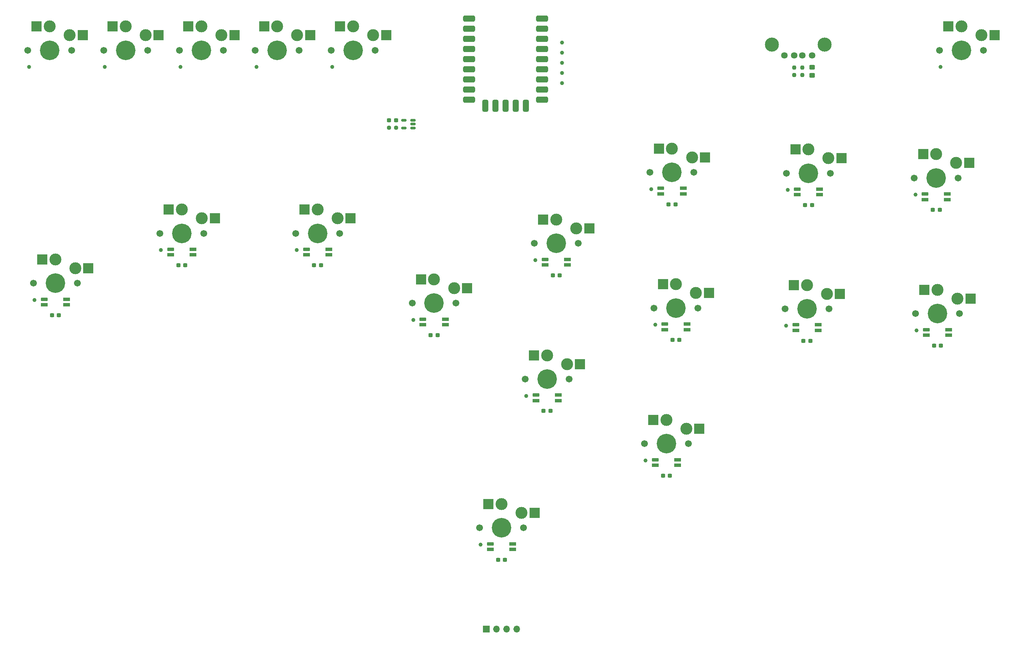
<source format=gbs>
G04 #@! TF.GenerationSoftware,KiCad,Pcbnew,8.0.4*
G04 #@! TF.CreationDate,2024-10-27T13:40:52+07:00*
G04 #@! TF.ProjectId,ShinA4,5368696e-4134-42e6-9b69-6361645f7063,rev?*
G04 #@! TF.SameCoordinates,Original*
G04 #@! TF.FileFunction,Soldermask,Bot*
G04 #@! TF.FilePolarity,Negative*
%FSLAX46Y46*%
G04 Gerber Fmt 4.6, Leading zero omitted, Abs format (unit mm)*
G04 Created by KiCad (PCBNEW 8.0.4) date 2024-10-27 13:40:52*
%MOMM*%
%LPD*%
G01*
G04 APERTURE LIST*
G04 Aperture macros list*
%AMRoundRect*
0 Rectangle with rounded corners*
0 $1 Rounding radius*
0 $2 $3 $4 $5 $6 $7 $8 $9 X,Y pos of 4 corners*
0 Add a 4 corners polygon primitive as box body*
4,1,4,$2,$3,$4,$5,$6,$7,$8,$9,$2,$3,0*
0 Add four circle primitives for the rounded corners*
1,1,$1+$1,$2,$3*
1,1,$1+$1,$4,$5*
1,1,$1+$1,$6,$7*
1,1,$1+$1,$8,$9*
0 Add four rect primitives between the rounded corners*
20,1,$1+$1,$2,$3,$4,$5,0*
20,1,$1+$1,$4,$5,$6,$7,0*
20,1,$1+$1,$6,$7,$8,$9,0*
20,1,$1+$1,$8,$9,$2,$3,0*%
G04 Aperture macros list end*
%ADD10C,1.701800*%
%ADD11C,3.000000*%
%ADD12C,4.900000*%
%ADD13C,0.990600*%
%ADD14R,2.600000X2.600000*%
%ADD15C,1.000000*%
%ADD16C,1.632000*%
%ADD17C,3.520000*%
%ADD18R,1.700000X1.700000*%
%ADD19O,1.700000X1.700000*%
%ADD20RoundRect,0.381000X1.119000X0.381000X-1.119000X0.381000X-1.119000X-0.381000X1.119000X-0.381000X0*%
%ADD21RoundRect,0.381000X0.381000X-1.119000X0.381000X1.119000X-0.381000X1.119000X-0.381000X-1.119000X0*%
%ADD22R,1.700000X0.825000*%
%ADD23RoundRect,0.206250X-0.643750X-0.206250X0.643750X-0.206250X0.643750X0.206250X-0.643750X0.206250X0*%
%ADD24RoundRect,0.237500X0.300000X0.237500X-0.300000X0.237500X-0.300000X-0.237500X0.300000X-0.237500X0*%
%ADD25RoundRect,0.237500X-0.237500X0.250000X-0.237500X-0.250000X0.237500X-0.250000X0.237500X0.250000X0*%
%ADD26RoundRect,0.237500X0.250000X0.237500X-0.250000X0.237500X-0.250000X-0.237500X0.250000X-0.237500X0*%
%ADD27RoundRect,0.150000X0.512500X0.150000X-0.512500X0.150000X-0.512500X-0.150000X0.512500X-0.150000X0*%
%ADD28RoundRect,0.250000X-0.450000X0.325000X-0.450000X-0.325000X0.450000X-0.325000X0.450000X0.325000X0*%
G04 APERTURE END LIST*
D10*
X-51700000Y92500000D03*
D11*
X-52200000Y96250000D03*
D12*
X-57200000Y92500000D03*
D11*
X-57200000Y98450000D03*
D13*
X-62420000Y88300000D03*
D10*
X-62700000Y92500000D03*
D14*
X-60475000Y98450000D03*
X-48925000Y96250000D03*
D10*
X-107300000Y34100000D03*
D11*
X-107800000Y37850000D03*
D12*
X-112800000Y34100000D03*
D11*
X-112800000Y40050000D03*
D13*
X-118020000Y29900000D03*
D10*
X-118300000Y34100000D03*
D14*
X-116075000Y40050000D03*
X-104525000Y37850000D03*
D10*
X113696000Y26474000D03*
D11*
X113196000Y30224000D03*
D12*
X108196000Y26474000D03*
D11*
X108196000Y32424000D03*
D13*
X102976000Y22274000D03*
D10*
X102696000Y26474000D03*
D14*
X104921000Y32424000D03*
X116471000Y30224000D03*
D10*
X-75600000Y46600000D03*
D11*
X-76100000Y50350000D03*
D12*
X-81100000Y46600000D03*
D11*
X-81100000Y52550000D03*
D13*
X-86320000Y42400000D03*
D10*
X-86600000Y46600000D03*
D14*
X-84375000Y52550000D03*
X-72825000Y50350000D03*
D10*
X4484000Y-27216000D03*
D11*
X3984000Y-23466000D03*
D12*
X-1016000Y-27216000D03*
D11*
X-1016000Y-21266000D03*
D13*
X-6236000Y-31416000D03*
D10*
X-6516000Y-27216000D03*
D14*
X-4291000Y-21266000D03*
X7259000Y-23466000D03*
D15*
X14160000Y84270000D03*
X14160000Y91890000D03*
D10*
X15889000Y10082000D03*
D11*
X15389000Y13832000D03*
D12*
X10389000Y10082000D03*
D11*
X10389000Y16032000D03*
D13*
X5169000Y5882000D03*
D10*
X4889000Y10082000D03*
D14*
X7114000Y16032000D03*
X18664000Y13832000D03*
D10*
X45779000Y-6122000D03*
D11*
X45279000Y-2372000D03*
D12*
X40279000Y-6122000D03*
D11*
X40279000Y-172000D03*
D13*
X35059000Y-10322000D03*
D10*
X34779000Y-6122000D03*
D14*
X37004000Y-172000D03*
X48554000Y-2372000D03*
D10*
X80991000Y27674000D03*
D11*
X80491000Y31424000D03*
D12*
X75491000Y27674000D03*
D11*
X75491000Y33624000D03*
D13*
X70271000Y23474000D03*
D10*
X69991000Y27674000D03*
D14*
X72216000Y33624000D03*
X83766000Y31424000D03*
D15*
X14160000Y86810000D03*
D16*
X76830000Y91220000D03*
X74330000Y91220000D03*
X72330000Y91220000D03*
X69830000Y91220000D03*
D17*
X79900000Y93930000D03*
X66760000Y93930000D03*
D15*
X14160000Y94430000D03*
D10*
X-70700000Y92500000D03*
D11*
X-71200000Y96250000D03*
D12*
X-76200000Y92500000D03*
D11*
X-76200000Y98450000D03*
D13*
X-81420000Y88300000D03*
D10*
X-81700000Y92500000D03*
D14*
X-79475000Y98450000D03*
X-67925000Y96250000D03*
D10*
X18194000Y44082000D03*
D11*
X17694000Y47832000D03*
D12*
X12694000Y44082000D03*
D11*
X12694000Y50032000D03*
D13*
X7474000Y39882000D03*
D10*
X7194000Y44082000D03*
D14*
X9419000Y50032000D03*
X20969000Y47832000D03*
D10*
X119700000Y92500000D03*
D11*
X119200000Y96250000D03*
D12*
X114200000Y92500000D03*
D11*
X114200000Y98450000D03*
D13*
X108980000Y88300000D03*
D10*
X108700000Y92500000D03*
D14*
X110925000Y98450000D03*
X122475000Y96250000D03*
D10*
X-41600000Y46600000D03*
D11*
X-42100000Y50350000D03*
D12*
X-47100000Y46600000D03*
D11*
X-47100000Y52550000D03*
D13*
X-52320000Y42400000D03*
D10*
X-52600000Y46600000D03*
D14*
X-50375000Y52550000D03*
X-38825000Y50350000D03*
D10*
X47196000Y61878000D03*
D11*
X46696000Y65628000D03*
D12*
X41696000Y61878000D03*
D11*
X41696000Y67828000D03*
D13*
X36476000Y57678000D03*
D10*
X36196000Y61878000D03*
D14*
X38421000Y67828000D03*
X49971000Y65628000D03*
D10*
X-32700000Y92500000D03*
D11*
X-33200000Y96250000D03*
D12*
X-38200000Y92500000D03*
D11*
X-38200000Y98450000D03*
D13*
X-43420000Y88300000D03*
D10*
X-43700000Y92500000D03*
D14*
X-41475000Y98450000D03*
X-29925000Y96250000D03*
D10*
X-89700000Y92500000D03*
D11*
X-90200000Y96250000D03*
D12*
X-95200000Y92500000D03*
D11*
X-95200000Y98450000D03*
D13*
X-100420000Y88300000D03*
D10*
X-100700000Y92500000D03*
D14*
X-98475000Y98450000D03*
X-86925000Y96250000D03*
D10*
X81396000Y61674000D03*
D11*
X80896000Y65424000D03*
D12*
X75896000Y61674000D03*
D11*
X75896000Y67624000D03*
D13*
X70676000Y57474000D03*
D10*
X70396000Y61674000D03*
D14*
X72621000Y67624000D03*
X84171000Y65424000D03*
D18*
X-4826000Y-52600000D03*
D19*
X-2286000Y-52600000D03*
X254000Y-52600000D03*
X2794000Y-52600000D03*
D10*
X48191000Y27878000D03*
D11*
X47691000Y31628000D03*
D12*
X42691000Y27878000D03*
D11*
X42691000Y33828000D03*
D13*
X37471000Y23678000D03*
D10*
X37191000Y27878000D03*
D14*
X39416000Y33828000D03*
X50966000Y31628000D03*
D20*
X9160000Y100440000D03*
X9160000Y97900000D03*
X9160000Y95360000D03*
X9160000Y92820000D03*
X9160000Y90280000D03*
X9160000Y87740000D03*
X9160000Y85200000D03*
X9160000Y82660000D03*
X9160000Y80120000D03*
D21*
X5080000Y78580000D03*
X2540000Y78580000D03*
X0Y78580000D03*
X-2540000Y78580000D03*
X-5080000Y78580000D03*
D20*
X-9160000Y80120000D03*
X-9160000Y82660000D03*
X-9160000Y85200000D03*
X-9160000Y87740000D03*
X-9160000Y90280000D03*
X-9160000Y92820000D03*
X-9160000Y95360000D03*
X-9160000Y100440000D03*
X-9160000Y97900000D03*
D10*
X-12408000Y29086000D03*
D11*
X-12908000Y32836000D03*
D12*
X-17908000Y29086000D03*
D11*
X-17908000Y35036000D03*
D13*
X-23128000Y24886000D03*
D10*
X-23408000Y29086000D03*
D14*
X-21183000Y35036000D03*
X-9633000Y32836000D03*
D15*
X14160000Y89350000D03*
D10*
X113396000Y60474000D03*
D11*
X112896000Y64224000D03*
D12*
X107896000Y60474000D03*
D11*
X107896000Y66424000D03*
D13*
X102676000Y56274000D03*
D10*
X102396000Y60474000D03*
D14*
X104621000Y66424000D03*
X116171000Y64224000D03*
D10*
X-108700000Y92500000D03*
D11*
X-109200000Y96250000D03*
D12*
X-114200000Y92500000D03*
D11*
X-114200000Y98450000D03*
D13*
X-119420000Y88300000D03*
D10*
X-119700000Y92500000D03*
D14*
X-117475000Y98450000D03*
X-105925000Y96250000D03*
D22*
X-44300000Y41200000D03*
X-44300000Y42600000D03*
D23*
X-49900000Y42600000D03*
D22*
X-49900000Y41200000D03*
D24*
X43553500Y19878000D03*
X41828500Y19878000D03*
D22*
X13189000Y4682000D03*
X13189000Y6082000D03*
D23*
X7589000Y6082000D03*
D22*
X7589000Y4682000D03*
D24*
X42558500Y53878000D03*
X40833500Y53878000D03*
D22*
X44496000Y56478000D03*
X44496000Y57878000D03*
D23*
X38896000Y57878000D03*
D22*
X38896000Y56478000D03*
X-78300000Y41200000D03*
X-78300000Y42600000D03*
D23*
X-83900000Y42600000D03*
D22*
X-83900000Y41200000D03*
D25*
X72330000Y88132500D03*
X72330000Y86307500D03*
D22*
X1784000Y-32616000D03*
X1784000Y-31216000D03*
D23*
X-3816000Y-31216000D03*
D22*
X-3816000Y-32616000D03*
D24*
X109058500Y18474000D03*
X107333500Y18474000D03*
D22*
X78696000Y56274000D03*
X78696000Y57674000D03*
D23*
X73096000Y57674000D03*
D22*
X73096000Y56274000D03*
X-110000000Y28700000D03*
X-110000000Y30100000D03*
D23*
X-115600000Y30100000D03*
D22*
X-115600000Y28700000D03*
D26*
X-27407500Y73040000D03*
X-29232500Y73040000D03*
D22*
X110996000Y21074000D03*
X110996000Y22474000D03*
D23*
X105396000Y22474000D03*
D22*
X105396000Y21074000D03*
D27*
X-23182500Y74912500D03*
X-23182500Y73962500D03*
X-23182500Y73012500D03*
X-25457500Y73012500D03*
X-25457500Y74912500D03*
D24*
X-46237500Y38600000D03*
X-47962500Y38600000D03*
X-27457500Y74940000D03*
X-29182500Y74940000D03*
X-80237500Y38600000D03*
X-81962500Y38600000D03*
D28*
X76830000Y88245000D03*
X76830000Y86195000D03*
D22*
X78291000Y22274000D03*
X78291000Y23674000D03*
D23*
X72691000Y23674000D03*
D22*
X72691000Y22274000D03*
D24*
X13556500Y36082000D03*
X11831500Y36082000D03*
X-111937500Y26100000D03*
X-113662500Y26100000D03*
D22*
X45491000Y22478000D03*
X45491000Y23878000D03*
D23*
X39891000Y23878000D03*
D22*
X39891000Y22478000D03*
D25*
X74330000Y88132500D03*
X74330000Y86307500D03*
D24*
X76353500Y19674000D03*
X74628500Y19674000D03*
D22*
X110696000Y55074000D03*
X110696000Y56474000D03*
D23*
X105096000Y56474000D03*
D22*
X105096000Y55074000D03*
X-15108000Y23686000D03*
X-15108000Y25086000D03*
D23*
X-20708000Y25086000D03*
D22*
X-20708000Y23686000D03*
D24*
X108758500Y52474000D03*
X107033500Y52474000D03*
D22*
X15494000Y38682000D03*
X15494000Y40082000D03*
D23*
X9894000Y40082000D03*
D22*
X9894000Y38682000D03*
D24*
X-153500Y-35216000D03*
X-1878500Y-35216000D03*
X-17045500Y21086000D03*
X-18770500Y21086000D03*
X76758500Y53674000D03*
X75033500Y53674000D03*
X11251500Y2082000D03*
X9526500Y2082000D03*
D22*
X43079000Y-11522000D03*
X43079000Y-10122000D03*
D23*
X37479000Y-10122000D03*
D22*
X37479000Y-11522000D03*
D24*
X41141500Y-14122000D03*
X39416500Y-14122000D03*
M02*

</source>
